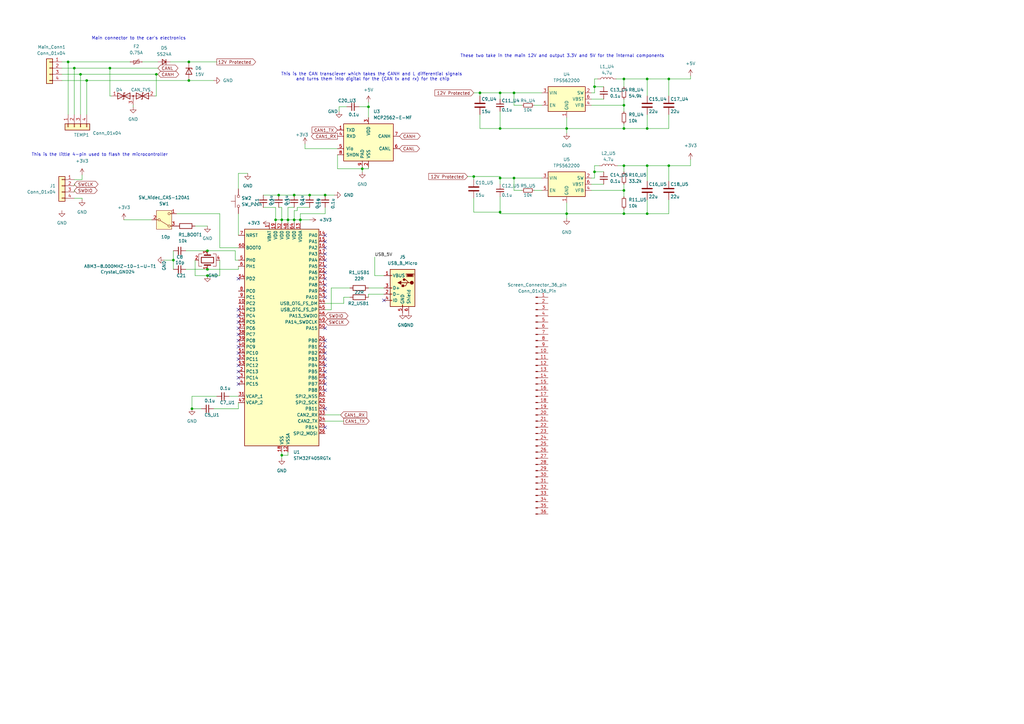
<source format=kicad_sch>
(kicad_sch (version 20250114) (generator "eeschema") (generator_version "9.0")
  (paper "A3")
  (lib_symbols
    (symbol "Connector:Conn_01x36_Pin" (pin_names (offset 1.016) (hide yes))
      (property "Reference" "J" (at 0 45.72 0))
      (property "Value" "Conn_01x36_Pin" (at 0 -48.26 0))
      (symbol "Conn_01x36_Pin_1_1"
        (pin passive line (at 5.08 43.18 180) (length 3.81) (name "Pin_1") (number "1"))
        (pin passive line (at 5.08 40.64 180) (length 3.81) (name "Pin_2") (number "2"))
        (pin passive line (at 5.08 38.1 180) (length 3.81) (name "Pin_3") (number "3"))
        (pin passive line (at 5.08 35.56 180) (length 3.81) (name "Pin_4") (number "4"))
        (pin passive line (at 5.08 33.02 180) (length 3.81) (name "Pin_5") (number "5"))
        (pin passive line (at 5.08 30.48 180) (length 3.81) (name "Pin_6") (number "6"))
        (pin passive line (at 5.08 27.94 180) (length 3.81) (name "Pin_7") (number "7"))
        (pin passive line (at 5.08 25.4 180) (length 3.81) (name "Pin_8") (number "8"))
        (pin passive line (at 5.08 22.86 180) (length 3.81) (name "Pin_9") (number "9"))
        (pin passive line (at 5.08 20.32 180) (length 3.81) (name "Pin_10") (number "10"))
        (pin passive line (at 5.08 17.78 180) (length 3.81) (name "Pin_11") (number "11"))
        (pin passive line (at 5.08 15.24 180) (length 3.81) (name "Pin_12") (number "12"))
        (pin passive line (at 5.08 12.7 180) (length 3.81) (name "Pin_13") (number "13"))
        (pin passive line (at 5.08 10.16 180) (length 3.81) (name "Pin_14") (number "14"))
        (pin passive line (at 5.08 7.62 180) (length 3.81) (name "Pin_15") (number "15"))
        (pin passive line (at 5.08 5.08 180) (length 3.81) (name "Pin_16") (number "16"))
        (pin passive line (at 5.08 2.54 180) (length 3.81) (name "Pin_17") (number "17"))
        (pin passive line (at 5.08 0 180) (length 3.81) (name "Pin_18") (number "18"))
        (pin passive line (at 5.08 -2.54 180) (length 3.81) (name "Pin_19") (number "19"))
        (pin passive line (at 5.08 -5.08 180) (length 3.81) (name "Pin_20") (number "20"))
        (pin passive line (at 5.08 -7.62 180) (length 3.81) (name "Pin_21") (number "21"))
        (pin passive line (at 5.08 -10.16 180) (length 3.81) (name "Pin_22") (number "22"))
        (pin passive line (at 5.08 -12.7 180) (length 3.81) (name "Pin_23") (number "23"))
        (pin passive line (at 5.08 -15.24 180) (length 3.81) (name "Pin_24") (number "24"))
        (pin passive line (at 5.08 -17.78 180) (length 3.81) (name "Pin_25") (number "25"))
        (pin passive line (at 5.08 -20.32 180) (length 3.81) (name "Pin_26") (number "26"))
        (pin passive line (at 5.08 -22.86 180) (length 3.81) (name "Pin_27") (number "27"))
        (pin passive line (at 5.08 -25.4 180) (length 3.81) (name "Pin_28") (number "28"))
        (pin passive line (at 5.08 -27.94 180) (length 3.81) (name "Pin_29") (number "29"))
        (pin passive line (at 5.08 -30.48 180) (length 3.81) (name "Pin_30") (number "30"))
        (pin passive line (at 5.08 -33.02 180) (length 3.81) (name "Pin_31") (number "31"))
        (pin passive line (at 5.08 -35.56 180) (length 3.81) (name "Pin_32") (number "32"))
        (pin passive line (at 5.08 -38.1 180) (length 3.81) (name "Pin_33") (number "33"))
        (pin passive line (at 5.08 -40.64 180) (length 3.81) (name "Pin_34") (number "34"))
        (pin passive line (at 5.08 -43.18 180) (length 3.81) (name "Pin_35") (number "35"))
        (pin passive line (at 5.08 -45.72 180) (length 3.81) (name "Pin_36") (number "36"))
      )
    )
    (symbol "Connector:USB_B_Micro" (pin_names (offset 1.016))
      (property "Reference" "J" (at -5.08 11.43 0))
      (property "Value" "USB_B_Micro" (at -5.08 8.89 0))
      (symbol "USB_B_Micro_1_1"
        (pin passive line (at -2.54 -10.16 90) (length 2.54) (name "Shield") (number "6"))
        (pin power_out line (at 0 -10.16 90) (length 2.54) (name "GND") (number "5"))
        (pin power_out line (at 7.62 5.08 180) (length 2.54) (name "VBUS") (number "1"))
        (pin bidirectional line (at 7.62 0 180) (length 2.54) (name "D+") (number "3"))
        (pin bidirectional line (at 7.62 -2.54 180) (length 2.54) (name "D-") (number "2"))
        (pin passive line (at 7.62 -5.08 180) (length 2.54) (name "ID") (number "4"))
      )
    )
    (symbol "Connector_Generic:Conn_01x04" (pin_names (offset 1.016) (hide yes))
      (property "Reference" "J" (at 0 5.08 0))
      (property "Value" "Conn_01x04" (at 0 -7.62 0))
      (symbol "Conn_01x04_1_1"
        (pin passive line (at -5.08 2.54 0) (length 3.81) (name "Pin_1") (number "1"))
        (pin passive line (at -5.08 0 0) (length 3.81) (name "Pin_2") (number "2"))
        (pin passive line (at -5.08 -2.54 0) (length 3.81) (name "Pin_3") (number "3"))
        (pin passive line (at -5.08 -5.08 0) (length 3.81) (name "Pin_4") (number "4"))
      )
    )
    (symbol "Device:C" (pin_numbers (hide yes)) (pin_names (offset 0.254))
      (property "Reference" "C" (at 0.635 2.54 0))
      (property "Value" "C" (at 0.635 -2.54 0))
      (symbol "C_1_1"
        (pin passive line (at 0 3.81 270) (length 2.794) (name "~") (number "1"))
        (pin passive line (at 0 -3.81 90) (length 2.794) (name "~") (number "2"))
      )
    )
    (symbol "Device:C_Small" (pin_numbers (hide yes)) (pin_names (offset 0.254) (hide yes))
      (property "Reference" "C" (at 0.254 1.778 0))
      (property "Value" "C_Small" (at 0.254 -2.032 0))
      (symbol "C_Small_1_1"
        (pin passive line (at 0 2.54 270) (length 2.032) (name "~") (number "1"))
        (pin passive line (at 0 -2.54 90) (length 2.032) (name "~") (number "2"))
      )
    )
    (symbol "Device:Crystal_GND24" (pin_names (offset 1.016) (hide yes))
      (property "Reference" "Y" (at 3.175 5.08 0))
      (property "Value" "Crystal_GND24" (at 3.175 3.175 0))
      (symbol "Crystal_GND24_1_1"
        (pin passive line (at -3.81 0 0) (length 1.27) (name "1") (number "1"))
        (pin passive line (at 0 5.08 270) (length 1.27) (name "2") (number "2"))
        (pin passive line (at 0 -5.08 90) (length 1.27) (name "4") (number "4"))
        (pin passive line (at 3.81 0 180) (length 1.27) (name "3") (number "3"))
      )
    )
    (symbol "Device:D_Small" (pin_numbers (hide yes)) (pin_names (offset 0.254) (hide yes))
      (property "Reference" "D" (at -1.27 2.032 0))
      (property "Value" "D_Small" (at -3.81 -2.032 0))
      (symbol "D_Small_1_1"
        (pin passive line (at -2.54 0 0) (length 1.778) (name "K") (number "1"))
        (pin passive line (at 2.54 0 180) (length 1.778) (name "A") (number "2"))
      )
    )
    (symbol "Device:D_TVS_Dual_AAC" (pin_names (offset 1.016) (hide yes))
      (property "Reference" "D" (at 0 4.445 0))
      (property "Value" "D_TVS_Dual_AAC" (at 0 2.54 0))
      (symbol "D_TVS_Dual_AAC_1_1"
        (pin passive line (at -8.89 0 0) (length 2.54) (name "A1") (number "1"))
        (pin input line (at 0 -3.81 90) (length 2.54) (name "common") (number "3"))
        (pin passive line (at 8.89 0 180) (length 2.54) (name "A2") (number "2"))
      )
    )
    (symbol "Device:D_Zener" (pin_numbers (hide yes)) (pin_names (offset 1.016) (hide yes))
      (property "Reference" "D" (at 0 2.54 0))
      (property "Value" "D_Zener" (at 0 -2.54 0))
      (symbol "D_Zener_1_1"
        (pin passive line (at -3.81 0 0) (length 2.54) (name "K") (number "1"))
        (pin passive line (at 3.81 0 180) (length 2.54) (name "A") (number "2"))
      )
    )
    (symbol "Device:L" (pin_numbers (hide yes)) (pin_names (offset 1.016) (hide yes))
      (property "Reference" "L" (at -1.27 0 90))
      (property "Value" "L" (at 1.905 0 90))
      (symbol "L_1_1"
        (pin passive line (at 0 3.81 270) (length 1.27) (name "1") (number "1"))
        (pin passive line (at 0 -3.81 90) (length 1.27) (name "2") (number "2"))
      )
    )
    (symbol "Device:Polyfuse_Small" (pin_numbers (hide yes)) (pin_names (offset 0))
      (property "Reference" "F" (at -1.905 0 90))
      (property "Value" "Polyfuse_Small" (at 1.905 0 90))
      (symbol "Polyfuse_Small_1_1"
        (pin passive line (at 0 2.54 270) (length 0.635) (name "~") (number "1"))
        (pin passive line (at 0 -2.54 90) (length 0.635) (name "~") (number "2"))
      )
    )
    (symbol "Device:R" (pin_numbers (hide yes)) (pin_names (offset 0))
      (property "Reference" "R" (at 2.032 0 90))
      (property "Value" "R" (at 0 0 90))
      (symbol "R_1_1"
        (pin passive line (at 0 3.81 270) (length 1.27) (name "~") (number "1"))
        (pin passive line (at 0 -3.81 90) (length 1.27) (name "~") (number "2"))
      )
    )
    (symbol "Device:R_Small" (pin_numbers (hide yes)) (pin_names (offset 0.254) (hide yes))
      (property "Reference" "R" (at 0.762 0.508 0))
      (property "Value" "R_Small" (at 0.762 -1.016 0))
      (symbol "R_Small_1_1"
        (pin passive line (at 0 2.54 270) (length 0.762) (name "~") (number "1"))
        (pin passive line (at 0 -2.54 90) (length 0.762) (name "~") (number "2"))
      )
    )
    (symbol "Interface_CAN_LIN:MCP2562-E-MF" (pin_names (offset 1.016))
      (property "Reference" "U" (at -10.16 8.89 0))
      (property "Value" "MCP2562-E-MF" (at 2.54 8.89 0))
      (symbol "MCP2562-E-MF_1_1"
        (pin input line (at -12.7 5.08 0) (length 2.54) (name "TXD") (number "1"))
        (pin output line (at -12.7 2.54 0) (length 2.54) (name "RXD") (number "4"))
        (pin power_in line (at -12.7 -2.54 0) (length 2.54) (name "Vio") (number "5"))
        (pin input line (at -12.7 -5.08 0) (length 2.54) (name "SHDN") (number "8"))
        (pin power_in line (at -2.54 -10.16 90) (length 2.54) (name "PAD") (number "9"))
        (pin power_in line (at 0 10.16 270) (length 2.54) (name "VDD") (number "3"))
        (pin power_in line (at 0 -10.16 90) (length 2.54) (name "VSS") (number "2"))
        (pin bidirectional line (at 12.7 2.54 180) (length 2.54) (name "CANH") (number "7"))
        (pin bidirectional line (at 12.7 -2.54 180) (length 2.54) (name "CANL") (number "6"))
      )
    )
    (symbol "MCU_ST_STM32F4:STM32F405RGTx"
      (property "Reference" "U1" (at 4.7341 -45.72 0))
      (property "Value" "STM32F405RGTx" (at 4.7341 -48.26 0))
      (symbol "STM32F405RGTx_1_1"
        (pin input line (at -17.78 43.18 0) (length 2.54) (name "NRST") (number "7"))
        (pin input line (at -17.78 38.1 0) (length 2.54) (name "BOOT0") (number "60"))
        (pin bidirectional line (at -17.78 33.02 0) (length 2.54) (name "PH0") (number "5"))
        (pin bidirectional line (at -17.78 30.48 0) (length 2.54) (name "PH1") (number "6"))
        (pin bidirectional line (at -17.78 25.4 0) (length 2.54) (name "PD2") (number "54"))
        (pin bidirectional line (at -17.78 20.32 0) (length 2.54) (name "PC0") (number "8"))
        (pin bidirectional line (at -17.78 17.78 0) (length 2.54) (name "PC1") (number "9"))
        (pin bidirectional line (at -17.78 15.24 0) (length 2.54) (name "PC2") (number "10"))
        (pin bidirectional line (at -17.78 12.7 0) (length 2.54) (name "PC3") (number "11") (alternate "SPI2_MOSI" bidirectional line))
        (pin bidirectional line (at -17.78 10.16 0) (length 2.54) (name "PC4") (number "24"))
        (pin bidirectional line (at -17.78 7.62 0) (length 2.54) (name "PC5") (number "25"))
        (pin bidirectional line (at -17.78 5.08 0) (length 2.54) (name "PC6") (number "37"))
        (pin bidirectional line (at -17.78 2.54 0) (length 2.54) (name "PC7") (number "38"))
        (pin bidirectional line (at -17.78 0 0) (length 2.54) (name "PC8") (number "39"))
        (pin bidirectional line (at -17.78 -2.54 0) (length 2.54) (name "PC9") (number "40"))
        (pin bidirectional line (at -17.78 -5.08 0) (length 2.54) (name "PC10") (number "51"))
        (pin bidirectional line (at -17.78 -7.62 0) (length 2.54) (name "PC11") (number "52"))
        (pin bidirectional line (at -17.78 -10.16 0) (length 2.54) (name "PC12") (number "53"))
        (pin bidirectional line (at -17.78 -12.7 0) (length 2.54) (name "PC13") (number "2"))
        (pin bidirectional line (at -17.78 -15.24 0) (length 2.54) (name "PC14") (number "3"))
        (pin bidirectional line (at -17.78 -17.78 0) (length 2.54) (name "PC15") (number "4"))
        (pin power_out line (at -17.78 -22.86 0) (length 2.54) (name "VCAP_1") (number "31"))
        (pin power_out line (at -17.78 -25.4 0) (length 2.54) (name "VCAP_2") (number "47"))
        (pin power_in line (at -5.08 48.26 270) (length 2.54) (name "VBAT") (number "1"))
        (pin power_in line (at -2.54 48.26 270) (length 2.54) (name "VDD") (number "19"))
        (pin power_in line (at 0 48.26 270) (length 2.54) (name "VDD") (number "32"))
        (pin power_in line (at 0 -45.72 90) (length 2.54) (name "VSS") (number "18"))
        (pin passive line (at 0 -45.72 90) (length 2.54) (hide yes) (name "VSS") (number "63"))
        (pin power_in line (at 2.54 48.26 270) (length 2.54) (name "VDD") (number "48"))
        (pin power_in line (at 2.54 -45.72 90) (length 2.54) (name "VSSA") (number "12"))
        (pin power_in line (at 5.08 48.26 270) (length 2.54) (name "VDD") (number "64"))
        (pin power_in line (at 7.62 48.26 270) (length 2.54) (name "VDDA") (number "13"))
        (pin bidirectional line (at 17.78 43.18 180) (length 2.54) (name "PA0") (number "14"))
        (pin bidirectional line (at 17.78 40.64 180) (length 2.54) (name "PA1") (number "15"))
        (pin bidirectional line (at 17.78 38.1 180) (length 2.54) (name "PA2") (number "16"))
        (pin bidirectional line (at 17.78 35.56 180) (length 2.54) (name "PA3") (number "17"))
        (pin bidirectional line (at 17.78 33.02 180) (length 2.54) (name "PA4") (number "20"))
        (pin bidirectional line (at 17.78 30.48 180) (length 2.54) (name "PA5") (number "21"))
        (pin bidirectional line (at 17.78 27.94 180) (length 2.54) (name "PA6") (number "22"))
        (pin bidirectional line (at 17.78 25.4 180) (length 2.54) (name "PA7") (number "23"))
        (pin bidirectional line (at 17.78 22.86 180) (length 2.54) (name "PA8") (number "41"))
        (pin bidirectional line (at 17.78 20.32 180) (length 2.54) (name "PA9") (number "42"))
        (pin bidirectional line (at 17.78 17.78 180) (length 2.54) (name "PA10") (number "43"))
        (pin bidirectional line (at 17.78 15.24 180) (length 2.54) (name "PA11") (number "44") (alternate "USB_OTG_FS_DM" bidirectional line))
        (pin bidirectional line (at 17.78 12.7 180) (length 2.54) (name "PA12") (number "45") (alternate "USB_OTG_FS_DP" bidirectional line))
        (pin bidirectional line (at 17.78 10.16 180) (length 2.54) (name "PA13_SWDIO") (number "46"))
        (pin bidirectional line (at 17.78 7.62 180) (length 2.54) (name "PA14_SWDCLK") (number "49"))
        (pin bidirectional line (at 17.78 5.08 180) (length 2.54) (name "PA15") (number "50"))
        (pin bidirectional line (at 17.78 0 180) (length 2.54) (name "PB0") (number "26"))
        (pin bidirectional line (at 17.78 -2.54 180) (length 2.54) (name "PB1") (number "27"))
        (pin bidirectional line (at 17.78 -5.08 180) (length 2.54) (name "PB2") (number "28"))
        (pin bidirectional line (at 17.78 -7.62 180) (length 2.54) (name "PB3") (number "55"))
        (pin bidirectional line (at 17.78 -10.16 180) (length 2.54) (name "PB4") (number "56"))
        (pin bidirectional line (at 17.78 -12.7 180) (length 2.54) (name "PB5") (number "57") (alternate "CAN2_RX" bidirectional line))
        (pin bidirectional line (at 17.78 -15.24 180) (length 2.54) (name "PB6") (number "58") (alternate "CAN2_TX" bidirectional line))
        (pin bidirectional line (at 17.78 -17.78 180) (length 2.54) (name "PB7") (number "59"))
        (pin bidirectional line (at 17.78 -20.32 180) (length 2.54) (name "PB8") (number "61"))
        (pin bidirectional line (at 17.78 -22.86 180) (length 2.54) (name "PB9") (number "62") (alternate "SPI2_NSS" bidirectional line))
        (pin bidirectional line (at 17.78 -25.4 180) (length 2.54) (name "PB10") (number "29") (alternate "SPI2_SCK" bidirectional line))
        (pin bidirectional line (at 17.78 -27.94 180) (length 2.54) (name "PB11") (number "30"))
        (pin bidirectional line (at 17.78 -30.48 180) (length 2.54) (name "PB12") (number "33") (alternate "CAN2_RX" bidirectional line) (alternate "SPI2_NSS" bidirectional line))
        (pin bidirectional line (at 17.78 -33.02 180) (length 2.54) (name "PB13") (number "34") (alternate "CAN2_TX" bidirectional line) (alternate "SPI2_SCK" bidirectional line))
        (pin bidirectional line (at 17.78 -35.56 180) (length 2.54) (name "PB14") (number "35"))
        (pin bidirectional line (at 17.78 -38.1 180) (length 2.54) (name "PB15") (number "36") (alternate "SPI2_MOSI" bidirectional line))
      )
    )
    (symbol "Regulator_Switching:TPS562200"
      (property "Reference" "U" (at -7.62 6.35 0))
      (property "Value" "TPS562200" (at -2.54 6.35 0))
      (symbol "TPS562200_1_1"
        (pin power_in line (at -10.16 2.54 0) (length 2.54) (name "VIN") (number "3"))
        (pin input line (at -10.16 -2.54 0) (length 2.54) (name "EN") (number "5"))
        (pin power_in line (at 0 -7.62 90) (length 2.54) (name "GND") (number "1"))
        (pin output line (at 10.16 2.54 180) (length 2.54) (name "SW") (number "2"))
        (pin passive line (at 10.16 0 180) (length 2.54) (name "VBST") (number "6"))
        (pin input line (at 10.16 -2.54 180) (length 2.54) (name "VFB") (number "4"))
      )
    )
    (symbol "Switch:SW_Nidec_CAS-120A1" (pin_names (offset 1) (hide yes))
      (property "Reference" "SW" (at 0 4.318 0))
      (property "Value" "SW_Nidec_CAS-120A1" (at 0 -5.08 0))
      (symbol "SW_Nidec_CAS-120A1_1_1"
        (pin passive line (at -5.08 0 0) (length 2.54) (name "B") (number "2"))
        (pin passive line (at 5.08 2.54 180) (length 2.54) (name "A") (number "3"))
        (pin passive line (at 5.08 -2.54 180) (length 2.54) (name "C") (number "1"))
      )
    )
    (symbol "Switch:SW_Push" (pin_numbers (hide yes)) (pin_names (offset 1.016) (hide yes))
      (property "Reference" "SW" (at 1.27 2.54 0))
      (property "Value" "SW_Push" (at 0 -1.524 0))
      (symbol "SW_Push_0_1"
        (pin passive line (at -5.08 0 0) (length 2.54) (name "1") (number "1"))
        (pin passive line (at 5.08 0 180) (length 2.54) (name "2") (number "2"))
      )
    )
    (symbol "power:+3.3V" (power) (pin_names (offset 0))
      (property "Value" "+3.3V" (at 0 3.556 0))
      (symbol "+3.3V_1_1"
        (pin power_in line (at 0 0 90) (length 0) (hide yes) (name "+3V3") (number "1"))
      )
    )
    (symbol "power:+5V" (power) (pin_names (offset 0))
      (property "Value" "+5V" (at 0 3.556 0))
      (symbol "+5V_1_1"
        (pin power_in line (at 0 0 90) (length 0) (hide yes) (name "+5V") (number "1"))
      )
    )
    (symbol "power:GND" (power) (pin_names (offset 0))
      (property "Value" "GND" (at 0 -3.81 0))
      (symbol "GND_1_1"
        (pin power_in line (at 0 0 270) (length 0) (hide yes) (name "GND") (number "1"))
      )
    )
  )
  (text "These two take in the main 12V and output 3.3V and 5V for the internal components" (at 230.632 22.987 0) (effects (font (size 1.27 1.27))))
  (text "Main connector to the car's electronics" (at 56.896 15.748 0) (effects (font (size 1.27 1.27))))
  (text "This is the CAN transciever which takes the CANH and L differential signals \nand turns them into digital for the (CAN tx and rx) for the chip" (at 152.908 31.496 0) (effects (font (size 1.27 1.27))))
  (text "This is the little 4-pin used to flash the microcontroller\n" (at 40.894 63.5 0) (effects (font (size 1.27 1.27))))
  (junction (at 265.43 87.63))
  (junction (at 123.19 90.17))
  (junction (at 205.105 38.1))
  (junction (at 77.47 25.4))
  (junction (at 30.48 27.94))
  (junction (at 85.09 110.49))
  (junction (at 255.905 78.105))
  (junction (at 120.65 90.17))
  (junction (at 127 80.01))
  (junction (at 265.43 32.385))
  (junction (at 27.94 25.4))
  (junction (at 78.74 167.64))
  (junction (at 118.11 90.17))
  (junction (at 113.03 90.17))
  (junction (at 255.905 67.945))
  (junction (at 274.32 32.385))
  (junction (at 274.32 67.945))
  (junction (at 151.13 43.815))
  (junction (at 265.43 52.705))
  (junction (at 243.84 70.485))
  (junction (at 133.35 80.01))
  (junction (at 35.56 33.02))
  (junction (at 64.135 30.48))
  (junction (at 85.09 102.87))
  (junction (at 45.085 27.94))
  (junction (at 255.905 32.385))
  (junction (at 71.12 106.68))
  (junction (at 148.59 69.215))
  (junction (at 115.57 90.17))
  (junction (at 115.57 186.69))
  (junction (at 205.105 73.025))
  (junction (at 205.105 86.995))
  (junction (at 243.84 35.56))
  (junction (at 210.82 73.025))
  (junction (at 255.905 52.705))
  (junction (at 232.41 87.63))
  (junction (at 232.41 52.705))
  (junction (at 205.105 52.705))
  (junction (at 255.905 87.63))
  (junction (at 120.65 80.01))
  (junction (at 194.31 72.39))
  (junction (at 265.43 67.945))
  (junction (at 85.09 113.03))
  (junction (at 196.85 38.1))
  (junction (at 114.3 80.01))
  (junction (at 77.47 33.02))
  (junction (at 255.905 43.18))
  (junction (at 33.02 30.48))
  (junction (at 210.82 38.1))
  (no_connect (at 97.79 132.08))
  (no_connect (at 97.79 137.16))
  (no_connect (at 133.35 104.14))
  (no_connect (at 97.79 144.78))
  (no_connect (at 133.35 152.4))
  (no_connect (at 97.79 134.62))
  (no_connect (at 133.35 96.52))
  (no_connect (at 133.35 175.26))
  (no_connect (at 97.79 152.4))
  (no_connect (at 133.35 139.7))
  (no_connect (at 133.35 114.3))
  (no_connect (at 97.79 114.3))
  (no_connect (at 133.35 119.38))
  (no_connect (at 97.79 142.24))
  (no_connect (at 133.35 111.76))
  (no_connect (at 97.79 147.32))
  (no_connect (at 133.35 121.92))
  (no_connect (at 133.35 106.68))
  (no_connect (at 133.35 99.06))
  (no_connect (at 133.35 167.64))
  (no_connect (at 97.79 127))
  (no_connect (at 133.35 157.48))
  (no_connect (at 97.79 154.94))
  (no_connect (at 133.35 142.24))
  (no_connect (at 133.35 144.78))
  (no_connect (at 97.79 129.54))
  (no_connect (at 97.79 139.7))
  (no_connect (at 133.35 147.32))
  (no_connect (at 97.79 149.86))
  (no_connect (at 133.35 134.62))
  (no_connect (at 157.48 123.19))
  (no_connect (at 133.35 109.22))
  (no_connect (at 133.35 149.86))
  (no_connect (at 133.35 101.6))
  (no_connect (at 133.35 116.84))
  (no_connect (at 97.79 157.48))
  (no_connect (at 133.35 154.94))
  (no_connect (at 133.35 160.02))
  (wire (pts (xy 135.89 118.11) (xy 135.89 127)))
  (wire (pts (xy 151.13 69.215) (xy 151.13 68.58)))
  (wire (pts (xy 118.11 186.69) (xy 118.11 185.42)))
  (wire (pts (xy 242.57 73.025) (xy 243.84 73.025)))
  (wire (pts (xy 265.43 74.295) (xy 265.43 67.945)))
  (wire (pts (xy 88.9 162.56) (xy 78.74 162.56)))
  (wire (pts (xy 97.79 77.47) (xy 97.79 71.12)))
  (wire (pts (xy 140.97 172.72) (xy 133.35 172.72)))
  (wire (pts (xy 58.42 25.4) (xy 64.77 25.4)))
  (wire (pts (xy 120.65 90.17) (xy 123.19 90.17)))
  (wire (pts (xy 113.03 85.09) (xy 113.03 90.17)))
  (wire (pts (xy 148.59 69.215) (xy 151.13 69.215)))
  (wire (pts (xy 85.09 110.49) (xy 97.79 110.49)))
  (wire (pts (xy 274.32 67.945) (xy 274.32 74.295)))
  (wire (pts (xy 140.97 121.92) (xy 143.51 121.92)))
  (wire (pts (xy 127 80.01) (xy 133.35 80.01)))
  (wire (pts (xy 115.57 186.69) (xy 118.11 186.69)))
  (wire (pts (xy 115.57 185.42) (xy 115.57 186.69)))
  (wire (pts (xy 78.74 162.56) (xy 78.74 167.64)))
  (wire (pts (xy 274.32 32.385) (xy 274.32 39.37)))
  (wire (pts (xy 194.31 72.39) (xy 205.105 72.39)))
  (wire (pts (xy 255.905 78.105) (xy 255.905 80.645)))
  (wire (pts (xy 33.655 81.28) (xy 30.48 81.28)))
  (wire (pts (xy 139.7 170.18) (xy 133.35 170.18)))
  (wire (pts (xy 33.655 73.66) (xy 33.655 71.755)))
  (wire (pts (xy 265.43 67.945) (xy 274.32 67.945)))
  (wire (pts (xy 205.105 73.025) (xy 210.82 73.025)))
  (wire (pts (xy 33.02 30.48) (xy 33.02 46.99)))
  (wire (pts (xy 33.655 81.915) (xy 33.655 81.28)))
  (wire (pts (xy 123.19 90.17) (xy 127 90.17)))
  (wire (pts (xy 80.01 106.68) (xy 80.01 113.03)))
  (wire (pts (xy 115.57 90.17) (xy 118.11 90.17)))
  (wire (pts (xy 113.03 90.17) (xy 115.57 90.17)))
  (wire (pts (xy 265.43 52.705) (xy 274.32 52.705)))
  (wire (pts (xy 196.85 46.99) (xy 196.85 52.705)))
  (wire (pts (xy 210.82 73.025) (xy 222.25 73.025)))
  (wire (pts (xy 115.57 85.09) (xy 114.3 85.09)))
  (wire (pts (xy 243.84 70.485) (xy 247.65 70.485)))
  (wire (pts (xy 63.5 39.37) (xy 64.135 39.37)))
  (wire (pts (xy 205.105 73.025) (xy 205.105 75.565)))
  (wire (pts (xy 151.13 120.65) (xy 151.13 121.92)))
  (wire (pts (xy 265.43 46.99) (xy 265.43 52.705)))
  (wire (pts (xy 133.35 85.09) (xy 133.35 87.63)))
  (wire (pts (xy 96.52 102.87) (xy 96.52 106.68)))
  (wire (pts (xy 120.65 85.09) (xy 118.11 85.09)))
  (wire (pts (xy 242.57 38.1) (xy 243.84 38.1)))
  (wire (pts (xy 219.075 78.105) (xy 222.25 78.105)))
  (wire (pts (xy 143.51 118.11) (xy 135.89 118.11)))
  (wire (pts (xy 151.13 41.91) (xy 151.13 43.815)))
  (wire (pts (xy 243.84 35.56) (xy 243.84 32.385)))
  (wire (pts (xy 153.67 113.03) (xy 157.48 113.03)))
  (wire (pts (xy 121.92 86.36) (xy 120.65 86.36)))
  (wire (pts (xy 138.43 63.5) (xy 138.43 69.215)))
  (wire (pts (xy 219.075 43.18) (xy 222.25 43.18)))
  (wire (pts (xy 243.84 70.485) (xy 243.84 73.025)))
  (wire (pts (xy 255.905 32.385) (xy 265.43 32.385)))
  (wire (pts (xy 87.63 167.64) (xy 97.79 167.64)))
  (wire (pts (xy 25.4 25.4) (xy 27.94 25.4)))
  (wire (pts (xy 232.41 52.705) (xy 255.905 52.705)))
  (wire (pts (xy 153.67 105.41) (xy 153.67 113.03)))
  (wire (pts (xy 151.13 118.11) (xy 157.48 118.11)))
  (wire (pts (xy 265.43 87.63) (xy 274.32 87.63)))
  (wire (pts (xy 255.905 75.565) (xy 255.905 78.105)))
  (wire (pts (xy 205.105 38.1) (xy 205.105 40.64)))
  (wire (pts (xy 120.65 86.36) (xy 120.65 90.17)))
  (wire (pts (xy 255.905 87.63) (xy 265.43 87.63)))
  (wire (pts (xy 253.365 67.945) (xy 255.905 67.945)))
  (wire (pts (xy 205.105 52.705) (xy 232.41 52.705)))
  (wire (pts (xy 232.41 87.63) (xy 255.905 87.63)))
  (wire (pts (xy 133.35 87.63) (xy 123.19 87.63)))
  (wire (pts (xy 97.79 165.1) (xy 97.79 167.64)))
  (wire (pts (xy 274.32 87.63) (xy 274.32 81.915)))
  (wire (pts (xy 133.35 80.01) (xy 137.16 80.01)))
  (wire (pts (xy 80.01 92.71) (xy 85.09 92.71)))
  (wire (pts (xy 148.59 69.215) (xy 148.59 70.485)))
  (wire (pts (xy 148.59 68.58) (xy 148.59 69.215)))
  (wire (pts (xy 205.105 45.72) (xy 205.105 52.705)))
  (wire (pts (xy 45.085 27.94) (xy 45.085 39.37)))
  (wire (pts (xy 265.43 32.385) (xy 265.43 39.37)))
  (wire (pts (xy 243.84 35.56) (xy 243.84 38.1)))
  (wire (pts (xy 283.21 31.115) (xy 283.21 32.385)))
  (wire (pts (xy 107.95 80.01) (xy 114.3 80.01)))
  (wire (pts (xy 77.47 25.4) (xy 88.9 25.4)))
  (wire (pts (xy 232.41 87.63) (xy 232.41 89.535)))
  (wire (pts (xy 232.41 52.705) (xy 232.41 54.61)))
  (wire (pts (xy 123.19 87.63) (xy 123.19 90.17)))
  (wire (pts (xy 25.4 27.94) (xy 30.48 27.94)))
  (wire (pts (xy 139.065 43.815) (xy 142.24 43.815)))
  (wire (pts (xy 71.12 106.68) (xy 71.12 110.49)))
  (wire (pts (xy 147.32 43.815) (xy 151.13 43.815)))
  (wire (pts (xy 243.84 70.485) (xy 243.84 67.945)))
  (wire (pts (xy 54.61 43.18) (xy 54.61 43.815)))
  (wire (pts (xy 25.4 33.02) (xy 35.56 33.02)))
  (wire (pts (xy 252.73 32.385) (xy 255.905 32.385)))
  (wire (pts (xy 194.31 86.995) (xy 205.105 86.995)))
  (wire (pts (xy 196.85 38.1) (xy 196.85 39.37)))
  (wire (pts (xy 76.2 102.87) (xy 85.09 102.87)))
  (wire (pts (xy 283.21 65.405) (xy 283.21 67.945)))
  (wire (pts (xy 283.21 67.945) (xy 274.32 67.945)))
  (wire (pts (xy 213.995 43.18) (xy 210.82 43.18)))
  (wire (pts (xy 80.01 113.03) (xy 85.09 113.03)))
  (wire (pts (xy 139.065 45.72) (xy 139.065 43.815)))
  (wire (pts (xy 194.31 72.39) (xy 194.31 73.66)))
  (wire (pts (xy 255.905 50.8) (xy 255.905 52.705)))
  (wire (pts (xy 205.105 80.645) (xy 205.105 86.995)))
  (wire (pts (xy 125.095 60.96) (xy 138.43 60.96)))
  (wire (pts (xy 27.94 25.4) (xy 27.94 46.99)))
  (wire (pts (xy 205.105 72.39) (xy 205.105 73.025)))
  (wire (pts (xy 255.905 85.725) (xy 255.905 87.63)))
  (wire (pts (xy 210.82 38.1) (xy 222.25 38.1)))
  (wire (pts (xy 242.57 43.18) (xy 255.905 43.18)))
  (wire (pts (xy 210.82 43.18) (xy 210.82 38.1)))
  (wire (pts (xy 265.43 81.915) (xy 265.43 87.63)))
  (wire (pts (xy 121.92 85.09) (xy 121.92 86.36)))
  (wire (pts (xy 205.105 87.63) (xy 232.41 87.63)))
  (wire (pts (xy 138.43 69.215) (xy 148.59 69.215)))
  (wire (pts (xy 196.85 38.1) (xy 205.105 38.1)))
  (wire (pts (xy 85.09 102.87) (xy 96.52 102.87)))
  (wire (pts (xy 64.135 39.37) (xy 64.135 30.48)))
  (wire (pts (xy 125.095 59.055) (xy 125.095 60.96)))
  (wire (pts (xy 27.94 25.4) (xy 53.34 25.4)))
  (wire (pts (xy 97.79 96.52) (xy 97.79 87.63)))
  (wire (pts (xy 283.21 32.385) (xy 274.32 32.385)))
  (wire (pts (xy 265.43 32.385) (xy 274.32 32.385)))
  (wire (pts (xy 67.31 106.68) (xy 71.12 106.68)))
  (wire (pts (xy 242.57 40.64) (xy 247.65 40.64)))
  (wire (pts (xy 115.57 85.09) (xy 115.57 90.17)))
  (wire (pts (xy 242.57 75.565) (xy 247.65 75.565)))
  (wire (pts (xy 64.77 30.48) (xy 64.135 30.48)))
  (wire (pts (xy 90.17 101.6) (xy 90.17 87.63)))
  (wire (pts (xy 205.105 38.1) (xy 210.82 38.1)))
  (wire (pts (xy 45.72 39.37) (xy 45.085 39.37)))
  (wire (pts (xy 30.48 73.66) (xy 33.655 73.66)))
  (wire (pts (xy 30.48 76.2) (xy 30.48 75.565)))
  (wire (pts (xy 205.105 86.995) (xy 205.105 87.63)))
  (wire (pts (xy 255.905 40.64) (xy 255.905 43.18)))
  (wire (pts (xy 30.48 78.74) (xy 30.48 78.105)))
  (wire (pts (xy 243.84 67.945) (xy 245.745 67.945)))
  (wire (pts (xy 213.995 78.105) (xy 210.82 78.105)))
  (wire (pts (xy 97.79 110.49) (xy 97.79 109.22)))
  (wire (pts (xy 35.56 33.02) (xy 77.47 33.02)))
  (wire (pts (xy 243.84 32.385) (xy 245.11 32.385)))
  (wire (pts (xy 30.48 27.94) (xy 45.085 27.94)))
  (wire (pts (xy 232.41 48.26) (xy 232.41 52.705)))
  (wire (pts (xy 274.32 52.705) (xy 274.32 46.99)))
  (wire (pts (xy 114.3 80.01) (xy 120.65 80.01)))
  (wire (pts (xy 85.09 113.03) (xy 90.17 113.03)))
  (wire (pts (xy 255.905 32.385) (xy 255.905 35.56)))
  (wire (pts (xy 120.65 90.17) (xy 120.65 91.44)))
  (wire (pts (xy 115.57 186.69) (xy 115.57 187.96)))
  (wire (pts (xy 135.89 127) (xy 133.35 127)))
  (wire (pts (xy 191.77 72.39) (xy 194.31 72.39)))
  (wire (pts (xy 157.48 120.65) (xy 151.13 120.65)))
  (wire (pts (xy 196.85 37.465) (xy 196.85 38.1)))
  (wire (pts (xy 35.56 46.99) (xy 35.56 33.02)))
  (wire (pts (xy 90.17 87.63) (xy 72.39 87.63)))
  (wire (pts (xy 96.52 106.68) (xy 97.79 106.68)))
  (wire (pts (xy 255.905 67.945) (xy 255.905 70.485)))
  (wire (pts (xy 232.41 83.185) (xy 232.41 87.63)))
  (wire (pts (xy 97.79 101.6) (xy 90.17 101.6)))
  (wire (pts (xy 115.57 90.17) (xy 115.57 91.44)))
  (wire (pts (xy 64.77 27.94) (xy 45.085 27.94)))
  (wire (pts (xy 50.8 90.17) (xy 62.23 90.17)))
  (wire (pts (xy 78.74 167.64) (xy 82.55 167.64)))
  (wire (pts (xy 140.97 121.92) (xy 140.97 124.46)))
  (wire (pts (xy 151.13 43.815) (xy 151.13 48.26)))
  (wire (pts (xy 76.2 110.49) (xy 85.09 110.49)))
  (wire (pts (xy 118.11 90.17) (xy 118.11 91.44)))
  (wire (pts (xy 93.98 162.56) (xy 97.79 162.56)))
  (wire (pts (xy 265.43 67.945) (xy 255.905 67.945)))
  (wire (pts (xy 97.79 71.12) (xy 101.6 71.12)))
  (wire (pts (xy 210.82 78.105) (xy 210.82 73.025)))
  (wire (pts (xy 243.84 35.56) (xy 247.65 35.56)))
  (wire (pts (xy 123.19 90.17) (xy 123.19 91.44)))
  (wire (pts (xy 90.17 113.03) (xy 90.17 106.68)))
  (wire (pts (xy 255.905 43.18) (xy 255.905 45.72)))
  (wire (pts (xy 77.47 33.02) (xy 87.63 33.02)))
  (wire (pts (xy 118.11 85.09) (xy 118.11 90.17)))
  (wire (pts (xy 71.12 102.87) (xy 71.12 106.68)))
  (wire (pts (xy 30.48 27.94) (xy 30.48 46.99)))
  (wire (pts (xy 140.97 124.46) (xy 133.35 124.46)))
  (wire (pts (xy 107.95 85.09) (xy 113.03 85.09)))
  (wire (pts (xy 69.85 25.4) (xy 77.47 25.4)))
  (wire (pts (xy 194.31 81.28) (xy 194.31 86.995)))
  (wire (pts (xy 25.4 30.48) (xy 33.02 30.48)))
  (wire (pts (xy 127 85.09) (xy 121.92 85.09)))
  (wire (pts (xy 33.02 30.48) (xy 64.135 30.48)))
  (wire (pts (xy 118.11 90.17) (xy 120.65 90.17)))
  (wire (pts (xy 194.31 38.1) (xy 196.85 38.1)))
  (wire (pts (xy 196.85 52.705) (xy 205.105 52.705)))
  (wire (pts (xy 113.03 90.17) (xy 113.03 91.44)))
  (wire (pts (xy 255.905 52.705) (xy 265.43 52.705)))
  (wire (pts (xy 242.57 78.105) (xy 255.905 78.105)))
  (wire (pts (xy 120.65 80.01) (xy 127 80.01)))
  (label "USB_5V" (at 153.67 105.41 0))
  (global_label "SWDIO" (shape bidirectional) (at 133.35 129.54 0) (property "Intersheetrefs" "${INTERSHEET_REFS}" (effects (hide yes))))
  (global_label "CANH" (shape bidirectional) (at 163.83 55.88 0) (property "Intersheetrefs" "${INTERSHEET_REFS}" (effects (hide yes))))
  (global_label "CANH" (shape bidirectional) (at 64.77 30.48 0) (property "Intersheetrefs" "${INTERSHEET_REFS}" (effects (hide yes))))
  (global_label "CAN1_RX" (shape input) (at 139.7 170.18 0) (property "Intersheetrefs" "${INTERSHEET_REFS}" (effects (hide yes))))
  (global_label "SWDIO" (shape bidirectional) (at 30.48 78.105 0) (property "Intersheetrefs" "${INTERSHEET_REFS}" (effects (hide yes))))
  (global_label "12V Protected" (shape input) (at 194.31 38.1 180) (property "Intersheetrefs" "${INTERSHEET_REFS}" (effects (hide yes))))
  (global_label "12V Protected" (shape output) (at 88.9 25.4 0) (property "Intersheetrefs" "${INTERSHEET_REFS}" (effects (hide yes))))
  (global_label "SWCLK" (shape bidirectional) (at 30.48 75.565 0) (property "Intersheetrefs" "${INTERSHEET_REFS}" (effects (hide yes))))
  (global_label "CAN1_RX" (shape output) (at 138.43 55.88 180) (property "Intersheetrefs" "${INTERSHEET_REFS}" (effects (hide yes))))
  (global_label "SWCLK" (shape bidirectional) (at 133.35 132.08 0) (property "Intersheetrefs" "${INTERSHEET_REFS}" (effects (hide yes))))
  (global_label "CAN1_TX" (shape input) (at 138.43 53.34 180) (property "Intersheetrefs" "${INTERSHEET_REFS}" (effects (hide yes))))
  (global_label "CANL" (shape bidirectional) (at 64.77 27.94 0) (property "Intersheetrefs" "${INTERSHEET_REFS}" (effects (hide yes))))
  (global_label "CANL" (shape bidirectional) (at 163.83 60.96 0) (property "Intersheetrefs" "${INTERSHEET_REFS}" (effects (hide yes))))
  (global_label "12V Protected" (shape input) (at 191.77 72.39 180) (property "Intersheetrefs" "${INTERSHEET_REFS}" (effects (hide yes))))
  (global_label "CAN1_TX" (shape output) (at 140.97 172.72 0) (property "Intersheetrefs" "${INTERSHEET_REFS}" (effects (hide yes))))
  (symbol (lib_id "Device:C_Small") (at 205.105 43.18 0) (unit 1)
    (property "Reference" "C11_U4" (at 205.74 41.275 0) (effects (justify left)))
    (property "Value" "0.1u" (at 205.74 45.085 0) (effects (justify left)))
    (property "Footprint" "Capacitor_SMD:C_0603_1608Metric_Pad1.08x0.95mm_HandSolder" (effects (hide yes)))
  )
  (symbol (lib_id "power:+3.3V") (at 50.8 90.17 0) (unit 1)
    (property "Reference" "#PWR07" (effects (hide yes)))
    (property "Value" "+3V3" (at 50.8 85.09 0))
  )
  (symbol (lib_id "power:GND") (at 115.57 187.96 0) (unit 1)
    (property "Reference" "#PWR06" (effects (hide yes)))
    (property "Value" "GND" (at 115.57 193.04 0))
  )
  (symbol (lib_id "Device:D_Small") (at 67.31 25.4 180) (unit 1)
    (property "Reference" "D5" (at 67.31 19.685 0))
    (property "Value" "SS24A" (at 67.31 22.225 0))
    (property "Footprint" "Diode_SMD:D_SMA" (effects (hide yes)))
    (property "Datasheet" "https://docs.rs-online.com/a7bf/0900766b814bbf7a.pdf" (effects (hide yes)))
    (property "Order Code" "RS 917-9186" (effects (hide yes)))
    (property "Manufacturer Part No." "SS24A" (effects (hide yes)))
  )
  (symbol (lib_id "Device:Crystal_GND24") (at 85.09 106.68 90) (unit 1)
    (property "Reference" "ABM3-8.000MHZ-10-1-U-T1" (at 49.276 109.22 90))
    (property "Value" "Crystal_GND24" (at 48.26 111.506 90))
    (property "Footprint" "Crystal:Crystal_SMD_Abracon_ABM3B-4Pin_5.0x3.2mm" (effects (hide yes)))
    (property "Datasheet" "https://www.mouser.co.uk/datasheet/2/3/abm3b-1774998.pdf" (effects (hide yes)))
    (property "Description" "Four pin crystal, GND on pins 2 and 4" (effects (hide yes)))
  )
  (symbol (lib_id "MCU_ST_STM32F4:STM32F405RGTx") (at 115.57 139.7 0) (unit 1)
    (property "Reference" "U1" (at 120.3041 185.42 0) (effects (justify left)))
    (property "Value" "STM32F405RGTx" (at 120.3041 187.96 0) (effects (justify left)))
    (property "Footprint" "Package_QFP:LQFP-64_10x10mm_P0.5mm" (effects (hide yes)))
    (property "Datasheet" "https://www.st.com/resource/en/datasheet/stm32f405rg.pdf" (effects (hide yes)))
    (property "Description" "STMicroelectronics Arm Cortex-M4 MCU, 1024KB flash, 192KB RAM, 168 MHz, 1.8-3.6V, 51 GPIO, LQFP64" (effects (hide yes)))
    (pin "34" (alternate "CAN2_TX"))
    (pin "62" (alternate "SPI2_NSS"))
    (pin "45" (alternate "USB_OTG_FS_DP"))
    (pin "29" (alternate "SPI2_SCK"))
    (pin "44" (alternate "USB_OTG_FS_DM"))
    (pin "33" (alternate "CAN2_RX"))
    (pin "36" (alternate "SPI2_MOSI"))
  )
  (symbol (lib_id "power:GND") (at 139.065 45.72 0) (unit 1)
    (property "Reference" "#PWR021" (effects (hide yes)))
    (property "Value" "GND" (at 136.525 45.72 0))
  )
  (symbol (lib_id "Device:C_Small") (at 144.78 43.815 90) (unit 1)
    (property "Reference" "C20_U3" (at 146.05 41.275 90) (effects (justify left)))
    (property "Value" "0.1u" (at 147.32 46.99 90) (effects (justify left)))
    (property "Footprint" "Capacitor_SMD:C_0603_1608Metric_Pad1.08x0.95mm_HandSolder" (effects (hide yes)))
  )
  (symbol (lib_id "Device:C_Small") (at 247.65 73.025 0) (unit 1)
    (property "Reference" "C14_U5" (at 250.19 71.7612 0) (effects (justify left)))
    (property "Value" "0.1u" (at 250.19 74.3012 0) (effects (justify left)))
    (property "Footprint" "Capacitor_SMD:C_0603_1608Metric_Pad1.08x0.95mm_HandSolder" (effects (hide yes)))
  )
  (symbol (lib_id "power:+3.3V") (at 125.095 59.055 0) (unit 1)
    (property "Reference" "#PWR020" (effects (hide yes)))
    (property "Value" "+3V3" (at 123.825 55.245 0))
  )
  (symbol (lib_id "Device:C") (at 274.32 78.105 0) (unit 1)
    (property "Reference" "C18_U5" (at 274.955 75.565 0) (effects (justify left)))
    (property "Value" "22u" (at 274.955 80.645 0) (effects (justify left)))
    (property "Footprint" "Capacitor_SMD:C_1210_3225Metric_Pad1.33x2.70mm_HandSolder" (effects (hide yes)))
  )
  (symbol (lib_id "Device:C_Small") (at 107.95 82.55 180) (unit 1)
    (property "Reference" "C1" (at 105.41 81.28 90) (effects (justify left)))
    (property "Value" "0.1u" (at 111.125 80.01 90) (effects (justify left)))
    (property "Footprint" "Capacitor_SMD:C_0603_1608Metric_Pad1.08x0.95mm_HandSolder" (effects (hide yes)))
  )
  (symbol (lib_id "power:GND") (at 232.41 89.535 0) (unit 1)
    (property "Reference" "#PWR0128" (effects (hide yes)))
    (property "Value" "GND" (at 232.41 95.25 0))
  )
  (symbol (lib_id "Device:R_Small") (at 216.535 78.105 90) (unit 1)
    (property "Reference" "R5_U5" (at 216.535 76.2 90))
    (property "Value" "10k" (at 216.535 80.01 90))
    (property "Footprint" "Resistor_SMD:R_0603_1608Metric_Pad0.98x0.95mm_HandSolder" (effects (hide yes)))
  )
  (symbol (lib_id "power:GND") (at 148.59 70.485 0) (unit 1)
    (property "Reference" "#PWR022" (effects (hide yes)))
    (property "Value" "GND" (at 148.59 75.565 0))
  )
  (symbol (lib_id "Device:C_Small") (at 91.44 162.56 270) (unit 1)
    (property "Reference" "C7_U1" (at 90.17 165.1 90) (effects (justify left)))
    (property "Value" "0.1u" (at 90.17 159.258 90) (effects (justify left)))
    (property "Footprint" "Capacitor_SMD:C_0603_1608Metric_Pad1.08x0.95mm_HandSolder" (effects (hide yes)))
  )
  (symbol (lib_id "power:GND") (at 232.41 54.61 0) (unit 1)
    (property "Reference" "#PWR0121" (effects (hide yes)))
    (property "Value" "GND" (at 232.41 59.69 0))
  )
  (symbol (lib_id "power:GND") (at 167.64 128.27 0) (unit 1)
    (property "Reference" "#PWR03" (effects (hide yes)))
    (property "Value" "GND" (at 167.64 133.35 0))
    (property "Description" "Power symbol creates a global label with name \"GND\" , ground" (effects (hide yes)))
  )
  (symbol (lib_id "Connector_Generic:Conn_01x04") (at 25.4 76.2 0) (mirror y) (unit 1)
    (property "Reference" "J1" (at 22.86 76.1999 0) (effects (justify left)))
    (property "Value" "Conn_01x04" (at 22.86 78.7399 0) (effects (justify left)))
    (property "Footprint" "Connector_PinHeader_2.54mm:PinHeader_1x04_P2.54mm_Vertical" (effects (hide yes)))
    (property "Description" "Generic connector, single row, 01x04, script generated (kicad-library-utils/schlib/autogen/connector/)" (effects (hide yes)))
  )
  (symbol (lib_id "power:GND") (at 85.09 113.03 0) (unit 1)
    (property "Reference" "#PWR017" (effects (hide yes)))
    (property "Value" "GND" (at 87.376 113.03 0))
    (property "Description" "Power symbol creates a global label with name \"GND\" , ground" (effects (hide yes)))
  )
  (symbol (lib_id "Device:L") (at 249.555 67.945 90) (unit 1)
    (property "Reference" "L2_U5" (at 249.555 62.865 90))
    (property "Value" "4.7u" (at 249.555 65.405 90))
    (property "Footprint" "Inductor_SMD:L_0603_1608Metric_Pad1.05x0.95mm_HandSolder" (effects (hide yes)))
  )
  (symbol (lib_id "Device:C_Small") (at 85.09 167.64 270) (unit 1)
    (property "Reference" "C5_U1" (at 83.82 170.18 90) (effects (justify left)))
    (property "Value" "0.1u" (at 83.82 164.338 90) (effects (justify left)))
    (property "Footprint" "Capacitor_SMD:C_0603_1608Metric_Pad1.08x0.95mm_HandSolder" (effects (hide yes)))
  )
  (symbol (lib_id "Device:C") (at 274.32 43.18 0) (unit 1)
    (property "Reference" "C17_U4" (at 274.955 40.64 0) (effects (justify left)))
    (property "Value" "22u" (at 274.955 45.72 0) (effects (justify left)))
    (property "Footprint" "Capacitor_SMD:C_1210_3225Metric_Pad1.33x2.70mm_HandSolder" (effects (hide yes)))
  )
  (symbol (lib_id "Interface_CAN_LIN:MCP2562-E-MF") (at 151.13 58.42 0) (unit 1)
    (property "Reference" "U3" (at 153.1494 45.72 0) (effects (justify left)))
    (property "Value" "MCP2562-E-MF" (at 153.1494 48.26 0) (effects (justify left)))
    (property "Footprint" "Package_SO:SOIC-8_3.9x4.9mm_P1.27mm" (effects (hide yes)))
    (property "Datasheet" "http://ww1.microchip.com/downloads/en/DeviceDoc/25167A.pdf" (effects (hide yes)))
  )
  (symbol (lib_id "Regulator_Switching:TPS562200") (at 232.41 40.64 0) (unit 1)
    (property "Reference" "U4" (at 232.41 30.48 0))
    (property "Value" "TPS562200" (at 232.41 33.02 0))
    (property "Footprint" "Package_TO_SOT_SMD:SOT-23-6" (effects (hide yes)))
    (property "Datasheet" "http://www.ti.com/lit/ds/symlink/tps563200.pdf" (effects (hide yes)))
  )
  (symbol (lib_id "Device:C") (at 265.43 43.18 0) (unit 1)
    (property "Reference" "C15_U4" (at 266.065 40.64 0) (effects (justify left)))
    (property "Value" "22u" (at 266.065 45.72 0) (effects (justify left)))
    (property "Footprint" "Capacitor_SMD:C_1210_3225Metric_Pad1.33x2.70mm_HandSolder" (effects (hide yes)))
  )
  (symbol (lib_id "power:+5V") (at 151.13 41.91 0) (unit 1)
    (property "Reference" "#PWR023" (effects (hide yes)))
    (property "Value" "+5V" (at 151.13 36.83 0))
  )
  (symbol (lib_id "power:+3.3V") (at 127 90.17 270) (unit 1)
    (property "Reference" "#PWR011" (effects (hide yes)))
    (property "Value" "+3V3" (at 130.81 90.1699 90) (effects (justify left)))
  )
  (symbol (lib_id "Device:C_Small") (at 127 82.55 180) (unit 1)
    (property "Reference" "C4" (at 124.46 81.28 90) (effects (justify left)))
    (property "Value" "0.1u" (at 130.175 81.28 90) (effects (justify left)))
    (property "Footprint" "Capacitor_SMD:C_0603_1608Metric_Pad1.08x0.95mm_HandSolder" (effects (hide yes)))
  )
  (symbol (lib_id "Device:R_Small") (at 255.905 48.26 0) (unit 1)
    (property "Reference" "R9_U4" (at 257.81 46.99 0) (effects (justify left)))
    (property "Value" "10k" (at 257.81 49.53 0) (effects (justify left)))
    (property "Footprint" "Resistor_SMD:R_0603_1608Metric_Pad0.98x0.95mm_HandSolder" (effects (hide yes)))
  )
  (symbol (lib_id "Device:R") (at 76.2 92.71 90) (unit 1)
    (property "Reference" "R1_BOOT1" (at 73.152 96.266 90) (effects (justify right)))
    (property "Value" "10k" (at 73.152 98.806 90) (effects (justify right)))
    (property "Footprint" "Resistor_SMD:R_0603_1608Metric_Pad0.98x0.95mm_HandSolder" (effects (hide yes)))
    (property "Description" "Resistor" (effects (hide yes)))
  )
  (symbol (lib_id "Device:Polyfuse_Small") (at 55.88 25.4 90) (unit 1)
    (property "Reference" "F2" (at 55.88 19.05 90))
    (property "Value" "0.75A" (at 55.88 21.59 90))
    (property "Footprint" "Fuse:Fuse_1812_4532Metric_Pad1.30x3.40mm_HandSolder" (effects (hide yes)))
    (property "Manufacturer Part No." "1206L075/16WR" (effects (hide yes)))
    (property "Order Code" "Farnell 2786572" (effects (hide yes)))
  )
  (symbol (lib_id "power:GND") (at 85.09 92.71 0) (unit 1)
    (property "Reference" "#PWR08" (effects (hide yes)))
    (property "Value" "GND" (at 85.09 97.79 0))
    (property "Description" "Power symbol creates a global label with name \"GND\" , ground" (effects (hide yes)))
  )
  (symbol (lib_id "power:+5V") (at 283.21 31.115 0) (unit 1)
    (property "Reference" "#PWR0124" (effects (hide yes)))
    (property "Value" "+5V" (at 283.21 26.035 0))
  )
  (symbol (lib_id "Device:R_Small") (at 255.905 38.1 0) (unit 1)
    (property "Reference" "R8_U4" (at 257.81 36.83 0) (effects (justify left)))
    (property "Value" "54.9k" (at 257.81 39.37 0) (effects (justify left)))
    (property "Footprint" "Resistor_SMD:R_0603_1608Metric_Pad0.98x0.95mm_HandSolder" (effects (hide yes)))
  )
  (symbol (lib_id "Device:L") (at 248.92 32.385 90) (unit 1)
    (property "Reference" "L1_U4" (at 248.92 27.305 90))
    (property "Value" "4.7u" (at 248.92 29.845 90))
    (property "Footprint" "Inductor_SMD:L_0603_1608Metric_Pad1.05x0.95mm_HandSolder" (effects (hide yes)))
  )
  (symbol (lib_id "power:GND") (at 54.61 43.815 0) (unit 1)
    (property "Reference" "#PWR01" (effects (hide yes)))
    (property "Value" "GND" (at 54.61 48.895 0))
  )
  (symbol (lib_id "Device:D_Zener") (at 77.47 29.21 270) (unit 1)
    (property "Reference" "D6" (at 80.01 27.9399 90) (effects (justify left)))
    (property "Value" "15V" (at 80.01 30.4799 90) (effects (justify left)))
    (property "Footprint" "Diode_SMD:D_SOD-323_HandSoldering" (effects (hide yes)))
    (property "Datasheet" "https://docs.rs-online.com/5c35/0900766b813439e9.pdf" (effects (hide yes)))
    (property "Manufacturer Part No." "SMBJ15A" (effects (hide yes)))
    (property "Order Code" "Farnell 2675420" (effects (hide yes)))
  )
  (symbol (lib_id "power:GND") (at 87.63 33.02 90) (unit 1)
    (property "Reference" "#PWR02" (effects (hide yes)))
    (property "Value" "GND" (at 91.44 33.0199 90) (effects (justify right)))
  )
  (symbol (lib_id "Device:C_Small") (at 73.66 110.49 270) (unit 1)
    (property "Reference" "C21" (at 72.39 113.03 90) (effects (justify left)))
    (property "Value" "10p" (at 71.882 107.696 90) (effects (justify left)))
    (property "Footprint" "Capacitor_SMD:C_0603_1608Metric_Pad1.08x0.95mm_HandSolder" (effects (hide yes)))
  )
  (symbol (lib_id "Device:C_Small") (at 73.66 102.87 270) (unit 1)
    (property "Reference" "C8" (at 72.39 105.41 90) (effects (justify left)))
    (property "Value" "10p" (at 66.04 97.155 90) (effects (justify left)))
    (property "Footprint" "Capacitor_SMD:C_0603_1608Metric_Pad1.08x0.95mm_HandSolder" (effects (hide yes)))
  )
  (symbol (lib_id "Connector_Generic:Conn_01x04") (at 30.48 52.07 90) (mirror x) (unit 1)
    (property "Reference" "TEMP1" (at 36.576 55.372 90) (effects (justify left)))
    (property "Value" "Conn_01x04" (at 49.784 54.61 90) (effects (justify left)))
    (property "Footprint" "Connector_PinHeader_2.54mm:PinHeader_1x04_P2.54mm_Vertical" (effects (hide yes)))
    (property "Description" "Generic connector, single row, 01x04, script generated (kicad-library-utils/schlib/autogen/connector/)" (effects (hide yes)))
  )
  (symbol (lib_id "Device:C_Small") (at 247.65 38.1 0) (unit 1)
    (property "Reference" "C13_U4" (at 250.19 36.8362 0) (effects (justify left)))
    (property "Value" "0.1u" (at 250.19 39.3762 0) (effects (justify left)))
    (property "Footprint" "Capacitor_SMD:C_0603_1608Metric_Pad1.08x0.95mm_HandSolder" (effects (hide yes)))
  )
  (symbol (lib_id "power:GND") (at 33.655 81.915 0) (unit 1)
    (property "Reference" "#PWR0103" (effects (hide yes)))
    (property "Value" "GND" (at 33.655 86.995 0))
  )
  (symbol (lib_id "Device:R") (at 147.32 121.92 90) (unit 1)
    (property "Reference" "R2_USB1" (at 147.066 124.46 90))
    (property "Value" "22R" (at 147.32 119.888 90))
    (property "Footprint" "Resistor_SMD:R_0603_1608Metric_Pad0.98x0.95mm_HandSolder" (effects (hide yes)))
    (property "Description" "Resistor" (effects (hide yes)))
  )
  (symbol (lib_id "Device:C_Small") (at 205.105 78.105 0) (unit 1)
    (property "Reference" "C12_U5" (at 205.74 76.2 0) (effects (justify left)))
    (property "Value" "0.1u" (at 205.74 80.01 0) (effects (justify left)))
    (property "Footprint" "Capacitor_SMD:C_0603_1608Metric_Pad1.08x0.95mm_HandSolder" (effects (hide yes)))
  )
  (symbol (lib_id "power:+3.3V") (at 110.49 91.44 90) (unit 1)
    (property "Reference" "#PWR012" (effects (hide yes)))
    (property "Value" "+3V3" (at 106.68 91.4399 90) (effects (justify left)))
  )
  (symbol (lib_id "Regulator_Switching:TPS562200") (at 232.41 75.565 0) (unit 1)
    (property "Reference" "U5" (at 232.41 65.405 0))
    (property "Value" "TPS562200" (at 232.41 67.945 0))
    (property "Footprint" "Package_TO_SOT_SMD:SOT-23-6" (effects (hide yes)))
    (property "Datasheet" "http://www.ti.com/lit/ds/symlink/tps563200.pdf" (effects (hide yes)))
  )
  (symbol (lib_id "power:GND") (at 137.16 80.01 90) (unit 1)
    (property "Reference" "#PWR013" (effects (hide yes)))
    (property "Value" "GND" (at 140.97 80.0099 90) (effects (justify right)))
    (property "Description" "Power symbol creates a global label with name \"GND\" , ground" (effects (hide yes)))
  )
  (symbol (lib_id "Connector_Generic:Conn_01x04") (at 20.32 27.94 0) (mirror y) (unit 1)
    (property "Reference" "Main_Conn1" (at 26.924 19.304 0) (effects (justify left)))
    (property "Value" "Conn_01x04" (at 26.924 21.844 0) (effects (justify left)))
    (property "Footprint" "Library:Bulgin_4_Pin" (effects (hide yes)))
    (property "Description" "Generic connector, single row, 01x04, script generated (kicad-library-utils/schlib/autogen/connector/)" (effects (hide yes)))
  )
  (symbol (lib_id "Switch:SW_Push") (at 97.79 82.55 90) (unit 1)
    (property "Reference" "SW2" (at 99.06 81.2799 90) (effects (justify right)))
    (property "Value" "SW_Push" (at 99.06 83.8199 90) (effects (justify right)))
    (property "Description" "Push button switch, generic, two pins" (effects (hide yes)))
  )
  (symbol (lib_id "Device:R_Small") (at 255.905 83.185 0) (unit 1)
    (property "Reference" "R11_U5" (at 257.81 81.915 0) (effects (justify left)))
    (property "Value" "10k" (at 257.81 84.455 0) (effects (justify left)))
    (property "Footprint" "Resistor_SMD:R_0603_1608Metric_Pad0.98x0.95mm_HandSolder" (effects (hide yes)))
  )
  (symbol (lib_id "Device:R_Small") (at 216.535 43.18 90) (unit 1)
    (property "Reference" "R4_U4" (at 216.535 41.275 90))
    (property "Value" "10k" (at 216.535 45.085 90))
    (property "Footprint" "Resistor_SMD:R_0603_1608Metric_Pad0.98x0.95mm_HandSolder" (effects (hide yes)))
  )
  (symbol (lib_id "power:GND") (at 78.74 167.64 0) (unit 1)
    (property "Reference" "#PWR09" (effects (hide yes)))
    (property "Value" "GND" (at 78.74 172.72 0))
    (property "Description" "Power symbol creates a global label with name \"GND\" , ground" (effects (hide yes)))
  )
  (symbol (lib_id "power:+3.3V") (at 33.655 71.755 0) (unit 1)
    (property "Reference" "#PWR0104" (effects (hide yes)))
    (property "Value" "+3V3" (at 33.655 66.04 0))
  )
  (symbol (lib_id "power:GND") (at 67.31 106.68 270) (unit 1)
    (property "Reference" "#PWR010" (effects (hide yes)))
    (property "Value" "GND" (at 67.31 108.966 0))
    (property "Description" "Power symbol creates a global label with name \"GND\" , ground" (effects (hide yes)))
  )
  (symbol (lib_id "power:GND") (at 165.1 128.27 0) (unit 1)
    (property "Reference" "#PWR015" (effects (hide yes)))
    (property "Value" "GND" (at 165.1 133.35 0))
    (property "Description" "Power symbol creates a global label with name \"GND\" , ground" (effects (hide yes)))
  )
  (symbol (lib_id "Device:C") (at 196.85 43.18 0) (unit 1)
    (property "Reference" "C9_U4" (at 197.485 40.64 0) (effects (justify left)))
    (property "Value" "15u" (at 197.485 45.72 0) (effects (justify left)))
    (property "Footprint" "Capacitor_SMD:C_1210_3225Metric_Pad1.33x2.70mm_HandSolder" (effects (hide yes)))
  )
  (symbol (lib_id "Connector:Conn_01x36_Pin") (at 219.71 165.1 0) (unit 1)
    (property "Reference" "Screen_Connector_36_pin" (at 220.345 116.84 0))
    (property "Value" "Conn_01x36_Pin" (at 220.345 119.38 0))
    (property "Description" "Generic connector, single row, 01x36, script generated" (effects (hide yes)))
  )
  (symbol (lib_id "Device:C_Small") (at 114.3 82.55 180) (unit 1)
    (property "Reference" "C2" (at 111.76 81.28 90) (effects (justify left)))
    (property "Value" "0.1u" (at 117.475 80.01 90) (effects (justify left)))
    (property "Footprint" "Capacitor_SMD:C_0603_1608Metric_Pad1.08x0.95mm_HandSolder" (effects (hide yes)))
  )
  (symbol (lib_id "Device:R") (at 147.32 118.11 90) (unit 1)
    (property "Reference" "R1_USB1" (at 147.32 111.76 90))
    (property "Value" "22R" (at 147.32 114.3 90))
    (property "Footprint" "Resistor_SMD:R_0603_1608Metric_Pad0.98x0.95mm_HandSolder" (effects (hide yes)))
    (property "Description" "Resistor" (effects (hide yes)))
  )
  (symbol (lib_id "Connector:USB_B_Micro") (at 165.1 118.11 0) (mirror y) (unit 1)
    (property "Reference" "J5" (at 165.1 105.41 0))
    (property "Value" "USB_B_Micro" (at 165.1 107.95 0))
    (property "Footprint" "Connector_USB:USB_Micro-B_Wuerth_629105150521" (effects (hide yes)))
    (property "Description" "USB Micro Type B connector" (effects (hide yes)))
  )
  (symbol (lib_id "Device:D_TVS_Dual_AAC") (at 54.61 39.37 0) (unit 1)
    (property "Reference" "D4" (at 48.895 36.83 0))
    (property "Value" "CAN_TVS" (at 57.785 36.83 0))
    (property "Footprint" "Package_TO_SOT_SMD:SOT-23" (effects (hide yes)))
    (property "Datasheet" "https://www.onsemi.com/pdf/datasheet/nup2105l-d.pdf" (effects (hide yes)))
    (property "Manufacturer Part No." "SZNUP2105L" (effects (hide yes)))
    (property "Note" "ALT: CDSOT23-T24CAN , uClamp2492SQ" (effects (hide yes)))
    (property "Order Code" "Farnell 2533287" (effects (hide yes)))
  )
  (symbol (lib_id "Device:C_Small") (at 120.65 82.55 180) (unit 1)
    (property "Reference" "C3" (at 118.11 81.28 90) (effects (justify left)))
    (property "Value" "0.1u" (at 123.825 80.01 90) (effects (justify left)))
    (property "Footprint" "Capacitor_SMD:C_0603_1608Metric_Pad1.08x0.95mm_HandSolder" (effects (hide yes)))
  )
  (symbol (lib_id "power:+3.3V") (at 283.21 65.405 0) (unit 1)
    (property "Reference" "#PWR0118" (effects (hide yes)))
    (property "Value" "+3V3" (at 283.21 59.69 0))
  )
  (symbol (lib_id "Device:C") (at 194.31 77.47 0) (unit 1)
    (property "Reference" "C10_U5" (at 194.945 74.93 0) (effects (justify left)))
    (property "Value" "15u" (at 194.945 80.01 0) (effects (justify left)))
    (property "Footprint" "Capacitor_SMD:C_1210_3225Metric_Pad1.33x2.70mm_HandSolder" (effects (hide yes)))
  )
  (symbol (lib_id "Device:C_Small") (at 133.35 82.55 180) (unit 1)
    (property "Reference" "C19" (at 130.81 81.28 90) (effects (justify left)))
    (property "Value" "0.1u" (at 136.525 81.28 90) (effects (justify left)))
    (property "Footprint" "Capacitor_SMD:C_0603_1608Metric_Pad1.08x0.95mm_HandSolder" (effects (hide yes)))
  )
  (symbol (lib_id "power:GND") (at 25.4 86.36 0) (unit 1)
    (property "Reference" "#PWR014" (effects (hide yes)))
    (property "Value" "GND" (at 25.4 91.44 0))
  )
  (symbol (lib_id "Switch:SW_Nidec_CAS-120A1") (at 67.31 90.17 0) (mirror x) (unit 1)
    (property "Reference" "SW1" (at 67.31 83.566 0))
    (property "Value" "SW_Nidec_CAS-120A1" (at 67.31 81.026 0))
    (property "Footprint" "Button_Switch_THT:SW_Slide-03_Wuerth-WS-SLTV_10x2.5x6.4_P2.54mm" (effects (hide yes)))
    (property "Datasheet" "https://www.nidec-components.com/e/catalog/switch/cas.pdf" (effects (hide yes)))
    (property "Description" "Switch, single pole double throw" (effects (hide yes)))
  )
  (symbol (lib_id "power:GND") (at 101.6 71.12 0) (unit 1)
    (property "Reference" "#PWR04" (effects (hide yes)))
    (property "Value" "GND" (at 101.6 76.2 0))
    (property "Description" "Power symbol creates a global label with name \"GND\" , ground" (effects (hide yes)))
  )
  (symbol (lib_id "Device:R_Small") (at 255.905 73.025 0) (unit 1)
    (property "Reference" "R10_U5" (at 257.81 71.755 0) (effects (justify left)))
    (property "Value" "33.2k" (at 257.81 74.295 0) (effects (justify left)))
    (property "Footprint" "Resistor_SMD:R_0603_1608Metric_Pad0.98x0.95mm_HandSolder" (effects (hide yes)))
  )
  (symbol (lib_id "Device:C") (at 265.43 78.105 0) (unit 1)
    (property "Reference" "C16_U5" (at 266.065 75.565 0) (effects (justify left)))
    (property "Value" "22u" (at 266.065 80.645 0) (effects (justify left)))
    (property "Footprint" "Capacitor_SMD:C_1210_3225Metric_Pad1.33x2.70mm_HandSolder" (effects (hide yes)))
  )
)
</source>
